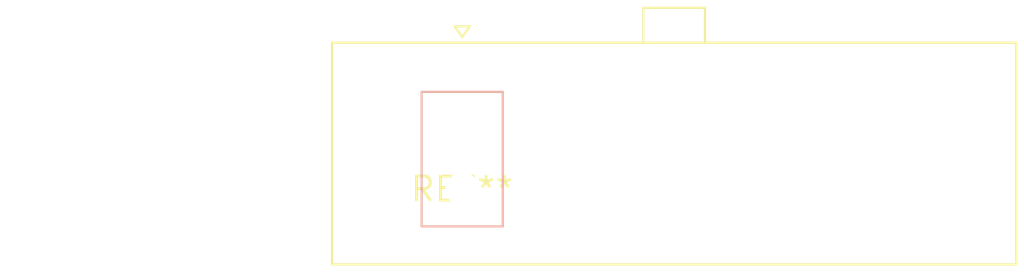
<source format=kicad_pcb>
(kicad_pcb (version 20240108) (generator pcbnew)
  (layers (0 "F.Cu" signal) (31 "B.Cu" signal) (34 "B.Paste" user) (35 "F.Paste" user) (36 "B.SilkS" user "B.Silkscreen") (37 "F.SilkS" user "F.Silkscreen") (38 "B.Mask" user) (39 "F.Mask" user) (44 "Edge.Cuts" user))
  (net 0 "")
  (footprint "Molex_Sabre_43160-2104_1x04_P7.49mm_Vertical" (layer "F.Cu") (at 0 0)
    (property "Reference" "REF**")
    (property "Value" "Molex_Sabre_43160-2104_1x04_P7.49mm_Vertical")
    (fp_line (start -2.15 -5.155) (end -2.15 1.975) (layer "B.SilkS") (stroke (width 0.12)))
    (fp_line (start -2.15 1.975) (end 2.15 1.975) (layer "B.SilkS") (stroke (width 0.12)))
    (fp_line (start 2.15 -5.155) (end -2.15 -5.155) (layer "B.SilkS") (stroke (width 0.12)))
    (fp_line (start 2.15 1.975) (end 2.15 -5.155) (layer "B.SilkS") (stroke (width 0.12)))
    (fp_line (start -6.9 -7.76) (end -6.9 3.99) (layer "F.SilkS") (stroke (width 0.12)))
    (fp_line (start -6.9 3.99) (end 29.37 3.99) (layer "F.SilkS") (stroke (width 0.12)))
    (fp_line (start -0.4 -8.625685) (end 0 -8.06) (layer "F.SilkS") (stroke (width 0.12)))
    (fp_line (start 0 -8.06) (end 0.4 -8.625685) (layer "F.SilkS") (stroke (width 0.12)))
    (fp_line (start 0.4 -8.625685) (end -0.4 -8.625685) (layer "F.SilkS") (stroke (width 0.12)))
    (fp_line (start 9.6 -9.61) (end 12.87 -9.61) (layer "F.SilkS") (stroke (width 0.12)))
    (fp_line (start 9.6 -7.76) (end 9.6 -9.61) (layer "F.SilkS") (stroke (width 0.12)))
    (fp_line (start 12.87 -9.61) (end 12.87 -7.76) (layer "F.SilkS") (stroke (width 0.12)))
    (fp_line (start 29.37 -7.76) (end -6.9 -7.76) (layer "F.SilkS") (stroke (width 0.12)))
    (fp_line (start 29.37 3.99) (end 29.37 -7.76) (layer "F.SilkS") (stroke (width 0.12)))
    (pad "" thru_hole circle (at -4.75 -3.43) (size 4 4) (drill 3) (layers *.Cu *.Mask) (remove_unused_layers))
    (pad "" thru_hole circle (at 27.22 -3.43) (size 4 4) (drill 3) (layers *.Cu *.Mask) (remove_unused_layers))
    (pad "1" thru_hole rect (at 0 -3.18) (size 3.78 3.43) (drill 1.78) (layers *.Cu *.Mask) (remove_unused_layers))
    (pad "1" thru_hole rect (at 0 0) (size 3.78 3.43) (drill 1.78) (layers *.Cu *.Mask) (remove_unused_layers))
    (pad "2" thru_hole rect (at 7.49 -3.18) (size 3.78 3.43) (drill 1.78) (layers *.Cu *.Mask) (remove_unused_layers))
    (pad "2" thru_hole rect (at 7.49 0) (size 3.78 3.43) (drill 1.78) (layers *.Cu *.Mask) (remove_unused_layers))
    (pad "3" thru_hole rect (at 14.98 -3.18) (size 3.78 3.43) (drill 1.78) (layers *.Cu *.Mask) (remove_unused_layers))
    (pad "3" thru_hole rect (at 14.98 0) (size 3.78 3.43) (drill 1.78) (layers *.Cu *.Mask) (remove_unused_layers))
    (pad "4" thru_hole rect (at 22.47 -3.18) (size 3.78 3.43) (drill 1.78) (layers *.Cu *.Mask) (remove_unused_layers))
    (pad "4" thru_hole rect (at 22.47 0) (size 3.78 3.43) (drill 1.78) (layers *.Cu *.Mask) (remove_unused_layers))
  )
)
</source>
